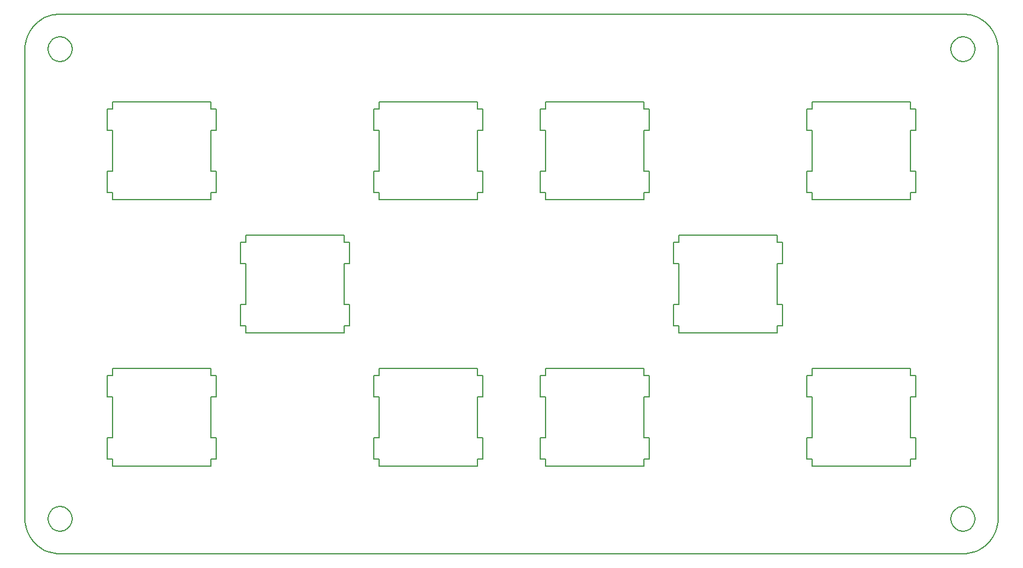
<source format=gm1>
%TF.GenerationSoftware,KiCad,Pcbnew,(6.0.8)*%
%TF.CreationDate,2022-10-26T23:53:46-06:00*%
%TF.ProjectId,plate,706c6174-652e-46b6-9963-61645f706362,rev?*%
%TF.SameCoordinates,Original*%
%TF.FileFunction,Profile,NP*%
%FSLAX46Y46*%
G04 Gerber Fmt 4.6, Leading zero omitted, Abs format (unit mm)*
G04 Created by KiCad (PCBNEW (6.0.8)) date 2022-10-26 23:53:46*
%MOMM*%
%LPD*%
G01*
G04 APERTURE LIST*
%TA.AperFunction,Profile*%
%ADD10C,0.188976*%
%TD*%
G04 APERTURE END LIST*
D10*
X173959995Y-95039000D02*
X173959995Y-95039000D01*
X173959995Y-91939001D02*
X173160000Y-91939001D01*
X80487996Y-63971001D02*
X80533996Y-63581001D01*
X154910000Y-123989000D02*
X168910000Y-123989000D01*
X130297996Y-72889000D02*
X130297996Y-72889000D01*
X80487996Y-131907000D02*
X80471996Y-131514002D01*
X83807996Y-63823001D02*
X83807996Y-63823001D01*
X213507000Y-132930002D02*
X213507000Y-132930002D01*
X215951992Y-63335001D02*
X215564998Y-62948001D01*
X106997995Y-85889000D02*
X106997995Y-85889000D01*
X214927990Y-136499003D02*
X214927990Y-136499003D01*
X84689996Y-136452997D02*
X84689996Y-136452997D01*
X112046997Y-100839003D02*
X111247997Y-100839003D01*
X85472996Y-62614001D02*
X85472996Y-62614001D01*
X217475002Y-135560000D02*
X217475002Y-135560000D01*
X85079996Y-136499003D02*
X84689996Y-136452997D01*
X145097995Y-71889000D02*
X145097995Y-71889000D01*
X188759998Y-91939001D02*
X187959995Y-91939001D01*
X154910000Y-81788000D02*
X154910000Y-81788000D01*
X92997995Y-114089003D02*
X92997995Y-114089003D01*
X126846996Y-91939001D02*
X126046997Y-91939001D01*
X145097995Y-75989000D02*
X145897999Y-75989000D01*
X80487996Y-63971001D02*
X80487996Y-63971001D01*
X168910000Y-123989000D02*
X168910000Y-123989000D01*
X131097995Y-85889000D02*
X145097995Y-85889000D01*
X80533996Y-63581001D02*
X80533996Y-63581001D01*
X192209995Y-114089003D02*
X193009998Y-114089003D01*
X80471996Y-131514002D02*
X80471996Y-131514002D01*
X145097995Y-84889000D02*
X145897999Y-84889000D01*
X169709995Y-81788000D02*
X169709995Y-81788000D01*
X168910000Y-72889000D02*
X168910000Y-72889000D01*
X154910000Y-85889000D02*
X154910000Y-85889000D01*
X154910000Y-84889000D02*
X154910000Y-84889000D01*
X106997995Y-109989000D02*
X92997995Y-109989000D01*
X215076992Y-133179003D02*
X215564998Y-132930002D01*
X215564998Y-62948001D02*
X215564998Y-62948001D01*
X81426996Y-61425001D02*
X81669996Y-61116001D01*
X219290996Y-62818001D02*
X219397991Y-63196001D01*
X207809993Y-81788000D02*
X207009990Y-81788000D01*
X106997995Y-122989000D02*
X107795997Y-122989000D01*
X81016996Y-62094001D02*
X81208996Y-61751001D01*
X112046997Y-95039000D02*
X112046997Y-95039000D01*
X111247997Y-103939001D02*
X112046997Y-103939001D01*
X207009990Y-109989000D02*
X207009990Y-109989000D01*
X173959995Y-104939001D02*
X173959995Y-104939001D01*
X107795997Y-114089003D02*
X107795997Y-110989000D01*
X82224996Y-60561001D02*
X82533996Y-60318001D01*
X92997995Y-123989000D02*
X106997995Y-123989000D01*
X212871990Y-132055002D02*
X212871990Y-132055002D01*
X173959995Y-104939001D02*
X187959995Y-104939001D01*
X81426996Y-134452997D02*
X81208996Y-134127001D01*
X84056996Y-132543001D02*
X84443996Y-132930002D01*
X212871990Y-64904001D02*
X213119991Y-65392001D01*
X84056996Y-63335001D02*
X84056996Y-63335001D01*
X84689996Y-59425001D02*
X85079996Y-59379001D01*
X84689996Y-136452997D02*
X84304996Y-136376001D01*
X131097995Y-122989000D02*
X131097995Y-122989000D01*
X92196996Y-119889002D02*
X92196996Y-119889002D01*
X145097995Y-123989000D02*
X145097995Y-122989000D01*
X154910000Y-122989000D02*
X154910000Y-123989000D01*
X218798992Y-61751001D02*
X218798992Y-61751001D01*
X212871990Y-130974001D02*
X212871990Y-130974001D01*
X219154995Y-62450001D02*
X219154995Y-62450001D01*
X145897999Y-84889000D02*
X145897999Y-84889000D01*
X154109996Y-110989000D02*
X154109996Y-114089003D01*
X126046997Y-100839003D02*
X126046997Y-95039000D01*
X193009998Y-72889000D02*
X192209995Y-72889000D01*
X218337993Y-61116001D02*
X218337993Y-61116001D01*
X215951992Y-132543001D02*
X216199993Y-132055002D01*
X106997995Y-114089003D02*
X107795997Y-114089003D01*
X218337993Y-61116001D02*
X218580990Y-61425001D01*
X212871990Y-63823001D02*
X212785991Y-64364001D01*
X81208996Y-134127001D02*
X81208996Y-134127001D01*
X154910000Y-110989000D02*
X154910000Y-110989000D01*
X84056996Y-63335001D02*
X83807996Y-63823001D01*
X106997995Y-81788000D02*
X106997995Y-75989000D01*
X218337993Y-134762003D02*
X218337993Y-134762003D01*
X215076992Y-62699001D02*
X214535991Y-62614001D01*
X85472996Y-66114001D02*
X86012996Y-66028001D01*
X85472996Y-59363001D02*
X214535991Y-59364001D01*
X80852996Y-133428003D02*
X80852996Y-133428003D01*
X168910000Y-81788000D02*
X168910000Y-81788000D01*
X107795997Y-72889000D02*
X107795997Y-72889000D01*
X188759998Y-103939001D02*
X188759998Y-100839003D01*
X83558996Y-59744001D02*
X83558996Y-59744001D01*
X212871990Y-63823001D02*
X212871990Y-63823001D01*
X218990993Y-62094001D02*
X219154995Y-62450001D01*
X213507000Y-130099001D02*
X213507000Y-130099001D01*
X219535991Y-131515001D02*
X219535991Y-131515001D01*
X215951992Y-65392001D02*
X216199993Y-64904001D01*
X126046997Y-104939001D02*
X126046997Y-103939001D01*
X217783001Y-60561001D02*
X218072002Y-60828001D01*
X188759998Y-100839003D02*
X187959995Y-100839003D01*
X107795997Y-122989000D02*
X107795997Y-119889002D01*
X83807996Y-130974001D02*
X83807996Y-130974001D01*
X106997995Y-119889002D02*
X106997995Y-119889002D01*
X187959995Y-91939001D02*
X187959995Y-91939001D01*
X207009990Y-114089003D02*
X207009990Y-114089003D01*
X213507000Y-62948001D02*
X213507000Y-62948001D01*
X216199993Y-64904001D02*
X216285991Y-64364001D01*
X80852996Y-62450001D02*
X81016996Y-62094001D01*
X85079996Y-59379001D02*
X85472996Y-59363001D01*
X83807996Y-64904001D02*
X83807996Y-64904001D01*
X145097995Y-85889000D02*
X145097995Y-84889000D01*
X216285991Y-131515001D02*
X216199993Y-130974001D01*
X216449001Y-59744001D02*
X216449001Y-59744001D01*
X83202996Y-59908001D02*
X83558996Y-59744001D01*
X215317989Y-136452997D02*
X215317989Y-136452997D01*
X92997995Y-72889000D02*
X92997995Y-72889000D01*
X131097995Y-81788000D02*
X130297996Y-81788000D01*
X218580990Y-61425001D02*
X218798992Y-61751001D01*
X193009998Y-71889000D02*
X193009998Y-72889000D01*
X92997995Y-109989000D02*
X92997995Y-110989000D01*
X213994991Y-66028001D02*
X213994991Y-66028001D01*
X80533996Y-63581001D02*
X80610996Y-63196001D01*
X80716996Y-62818001D02*
X80852996Y-62450001D01*
X145097995Y-109989000D02*
X131097995Y-109989000D01*
X85472996Y-129765001D02*
X84931996Y-129850001D01*
X80472996Y-64364001D02*
X80487996Y-63971001D01*
X188759998Y-95039000D02*
X188759998Y-95039000D01*
X215317989Y-59425001D02*
X215317989Y-59425001D01*
X83558996Y-59744001D02*
X83926996Y-59608001D01*
X219290996Y-133060000D02*
X219154995Y-133428003D01*
X214535991Y-62614001D02*
X213994991Y-62699001D01*
X84443996Y-62948001D02*
X84056996Y-63335001D01*
X111247997Y-91939001D02*
X111247997Y-95039000D01*
X216449001Y-59744001D02*
X216805996Y-59908001D01*
X86012996Y-62699001D02*
X85472996Y-62614001D01*
X106997995Y-85889000D02*
X106997995Y-84889000D01*
X219520992Y-131907000D02*
X219520992Y-131907000D01*
X112046997Y-91939001D02*
X111247997Y-91939001D01*
X83722996Y-131515001D02*
X83807996Y-132055002D01*
X86012996Y-66028001D02*
X86500996Y-65779001D01*
X131097995Y-110989000D02*
X131097995Y-110989000D01*
X188759998Y-95039000D02*
X188759998Y-91939001D01*
X85472996Y-133265001D02*
X85472996Y-133265001D01*
X219397991Y-132682001D02*
X219290996Y-133060000D01*
X83807996Y-64904001D02*
X84056996Y-65392001D01*
X188759998Y-91939001D02*
X188759998Y-91939001D01*
X81669996Y-61116001D02*
X81669996Y-61116001D01*
X154910000Y-72889000D02*
X154910000Y-72889000D01*
X193009998Y-122989000D02*
X193009998Y-123989000D01*
X207009990Y-72889000D02*
X207009990Y-71889000D01*
X92196996Y-75989000D02*
X92997995Y-75989000D01*
X207009990Y-75989000D02*
X207009990Y-75989000D01*
X154910000Y-72889000D02*
X154109996Y-72889000D01*
X213507000Y-130099001D02*
X213119991Y-130486002D01*
X81936996Y-135049997D02*
X81936996Y-135049997D01*
X173959995Y-103939001D02*
X173959995Y-103939001D01*
X87136996Y-63823001D02*
X87136996Y-63823001D01*
X81426996Y-61425001D02*
X81426996Y-61425001D01*
X85472996Y-136515001D02*
X85472996Y-136515001D01*
X212785991Y-64364001D02*
X212785991Y-64364001D01*
X111247997Y-91939001D02*
X111247997Y-91939001D01*
X84056996Y-65392001D02*
X84056996Y-65392001D01*
X86012996Y-62699001D02*
X86012996Y-62699001D01*
X212785991Y-64364001D02*
X212871990Y-64904001D01*
X106997995Y-72889000D02*
X106997995Y-72889000D01*
X145897999Y-114089003D02*
X145897999Y-110989000D01*
X193009998Y-122989000D02*
X193009998Y-122989000D01*
X168910000Y-114089003D02*
X168910000Y-114089003D01*
X145097995Y-109989000D02*
X145097995Y-109989000D01*
X169709995Y-72889000D02*
X168910000Y-72889000D01*
X84056996Y-130486002D02*
X83807996Y-130974001D01*
X131097995Y-123989000D02*
X131097995Y-123989000D01*
X169709995Y-110989000D02*
X169709995Y-110989000D01*
X126846996Y-103939001D02*
X126846996Y-103939001D01*
X169709995Y-119889002D02*
X169709995Y-119889002D01*
X111247997Y-95039000D02*
X112046997Y-95039000D01*
X154910000Y-123989000D02*
X154910000Y-123989000D01*
X207809993Y-114089003D02*
X207809993Y-114089003D01*
X215317989Y-136452997D02*
X214927990Y-136499003D01*
X131097995Y-114089003D02*
X131097995Y-114089003D01*
X215076992Y-129850001D02*
X215076992Y-129850001D01*
X218798992Y-61751001D02*
X218990993Y-62094001D01*
X92196996Y-122989000D02*
X92997995Y-122989000D01*
X84304996Y-136376001D02*
X83926996Y-136269999D01*
X92196996Y-72889000D02*
X92196996Y-75989000D01*
X218337993Y-134762003D02*
X218072002Y-135049997D01*
X213507000Y-132930002D02*
X213994991Y-133179003D01*
X215951992Y-65392001D02*
X215951992Y-65392001D01*
X81936996Y-135049997D02*
X81669996Y-134762003D01*
X130297996Y-72889000D02*
X130297996Y-75989000D01*
X131097995Y-85889000D02*
X131097995Y-85889000D01*
X193009998Y-75989000D02*
X193009998Y-81788000D01*
X111247997Y-95039000D02*
X111247997Y-95039000D01*
X154109996Y-75989000D02*
X154109996Y-75989000D01*
X168910000Y-110989000D02*
X168910000Y-109989000D01*
X86012996Y-133179003D02*
X86500996Y-132930002D01*
X92997995Y-75989000D02*
X92997995Y-81788000D01*
X145097995Y-85889000D02*
X145097995Y-85889000D01*
X83807996Y-63823001D02*
X83722996Y-64364001D01*
X145897999Y-122989000D02*
X145897999Y-119889002D01*
X169709995Y-75989000D02*
X169709995Y-72889000D01*
X84443996Y-130099001D02*
X84443996Y-130099001D01*
X193009998Y-84889000D02*
X193009998Y-84889000D01*
X187959995Y-90939001D02*
X187959995Y-90939001D01*
X81016996Y-62094001D02*
X81016996Y-62094001D01*
X107795997Y-122989000D02*
X107795997Y-122989000D01*
X215702999Y-59502001D02*
X216080990Y-59608001D01*
X218990993Y-62094001D02*
X218990993Y-62094001D01*
X168910000Y-72889000D02*
X168910000Y-71889000D01*
X214535991Y-129765001D02*
X214535991Y-129765001D01*
X187959995Y-103939001D02*
X187959995Y-103939001D01*
X207009990Y-122989000D02*
X207009990Y-122989000D01*
X154910000Y-114089003D02*
X154910000Y-119889002D01*
X219520992Y-63971001D02*
X219520992Y-63971001D01*
X92997995Y-110989000D02*
X92196996Y-110989000D01*
X83558996Y-136134005D02*
X83202996Y-135970003D01*
X218990993Y-133783999D02*
X218990993Y-133783999D01*
X106997995Y-75989000D02*
X106997995Y-75989000D01*
X87222996Y-64364001D02*
X87136996Y-63823001D01*
X154910000Y-85889000D02*
X168910000Y-85889000D01*
X81208996Y-134127001D02*
X81016996Y-133783999D01*
X193009998Y-119889002D02*
X193009998Y-119889002D01*
X92997995Y-85889000D02*
X92997995Y-85889000D01*
X215702999Y-59502001D02*
X215702999Y-59502001D01*
X207009990Y-119889002D02*
X207009990Y-119889002D01*
X193009998Y-81788000D02*
X193009998Y-81788000D01*
X130297996Y-122989000D02*
X130297996Y-122989000D01*
X207009990Y-119889002D02*
X207009990Y-114089003D01*
X107795997Y-84889000D02*
X107795997Y-81788000D01*
X213119991Y-65392001D02*
X213119991Y-65392001D01*
X82859996Y-60100001D02*
X83202996Y-59908001D01*
X154910000Y-81788000D02*
X154109996Y-81788000D01*
X92997995Y-110989000D02*
X92997995Y-110989000D01*
X85079996Y-136499003D02*
X85079996Y-136499003D01*
X131097995Y-110989000D02*
X130297996Y-110989000D01*
X187959995Y-90939001D02*
X173959995Y-90939001D01*
X154109996Y-72889000D02*
X154109996Y-72889000D01*
X86887996Y-63335001D02*
X86887996Y-63335001D01*
X173160000Y-100839003D02*
X173160000Y-103939001D01*
X130297996Y-84889000D02*
X130297996Y-84889000D01*
X215951992Y-130486002D02*
X215564998Y-130099001D01*
X106997995Y-119889002D02*
X106997995Y-114089003D01*
X207809993Y-119889002D02*
X207809993Y-119889002D01*
X80716996Y-133060000D02*
X80610996Y-132682001D01*
X154910000Y-110989000D02*
X154109996Y-110989000D01*
X154109996Y-84889000D02*
X154109996Y-84889000D01*
X130297996Y-119889002D02*
X130297996Y-122989000D01*
X84931996Y-133179003D02*
X84931996Y-133179003D01*
X145097995Y-119889002D02*
X145097995Y-114089003D01*
X173959995Y-90939001D02*
X173959995Y-91939001D01*
X83202996Y-135970003D02*
X82859996Y-135778002D01*
X83202996Y-135970003D02*
X83202996Y-135970003D01*
X81016996Y-133783999D02*
X80852996Y-133428003D01*
X173959995Y-95039000D02*
X173959995Y-100839003D01*
X192209995Y-110989000D02*
X192209995Y-114089003D01*
X92997995Y-119889002D02*
X92196996Y-119889002D01*
X217475002Y-60318001D02*
X217475002Y-60318001D01*
X145897999Y-110989000D02*
X145097995Y-110989000D01*
X130297996Y-81788000D02*
X130297996Y-81788000D01*
X214927990Y-59379001D02*
X214927990Y-59379001D01*
X92997995Y-75989000D02*
X92997995Y-75989000D01*
X154109996Y-122989000D02*
X154109996Y-122989000D01*
X207809993Y-75989000D02*
X207809993Y-75989000D01*
X168910000Y-84889000D02*
X168910000Y-84889000D01*
X154910000Y-119889002D02*
X154109996Y-119889002D01*
X217147991Y-60100001D02*
X217475002Y-60318001D01*
X83926996Y-136269999D02*
X83926996Y-136269999D01*
X87222996Y-131515001D02*
X87222996Y-131515001D01*
X80852996Y-62450001D02*
X80852996Y-62450001D01*
X145097995Y-110989000D02*
X145097995Y-109989000D01*
X145897999Y-81788000D02*
X145097995Y-81788000D01*
X92997995Y-81788000D02*
X92997995Y-81788000D01*
X87136996Y-64904001D02*
X87136996Y-64904001D01*
X168910000Y-123989000D02*
X168910000Y-122989000D01*
X215702999Y-136376001D02*
X215702999Y-136376001D01*
X92196996Y-84889000D02*
X92997995Y-84889000D01*
X213119991Y-132543001D02*
X213507000Y-132930002D01*
X126046997Y-90939001D02*
X126046997Y-90939001D01*
X82224996Y-135317003D02*
X81936996Y-135049997D01*
X154109996Y-110989000D02*
X154109996Y-110989000D01*
X130297996Y-122989000D02*
X131097995Y-122989000D01*
X154910000Y-75989000D02*
X154910000Y-75989000D01*
X154109996Y-72889000D02*
X154109996Y-75989000D01*
X126846996Y-95039000D02*
X126846996Y-95039000D01*
X213994991Y-129850001D02*
X213507000Y-130099001D01*
X193009998Y-119889002D02*
X192209995Y-119889002D01*
X145897999Y-110989000D02*
X145897999Y-110989000D01*
X106997995Y-72889000D02*
X106997995Y-71889000D01*
X193009998Y-109989000D02*
X193009998Y-110989000D01*
X192209995Y-122989000D02*
X192209995Y-122989000D01*
X154910000Y-71889000D02*
X154910000Y-72889000D01*
X154109996Y-81788000D02*
X154109996Y-84889000D01*
X207809993Y-122989000D02*
X207809993Y-122989000D01*
X187959995Y-100839003D02*
X187959995Y-100839003D01*
X111247997Y-103939001D02*
X111247997Y-103939001D01*
X92997995Y-114089003D02*
X92997995Y-119889002D01*
X92997995Y-84889000D02*
X92997995Y-84889000D01*
X169709995Y-110989000D02*
X168910000Y-110989000D01*
X169709995Y-114089003D02*
X169709995Y-110989000D01*
X192209995Y-119889002D02*
X192209995Y-122989000D01*
X193009998Y-123989000D02*
X207009990Y-123989000D01*
X106997995Y-110989000D02*
X106997995Y-110989000D01*
X83202996Y-59908001D02*
X83202996Y-59908001D01*
X86887996Y-63335001D02*
X86500996Y-62948001D01*
X145897999Y-72889000D02*
X145897999Y-72889000D01*
X131097995Y-122989000D02*
X131097995Y-123989000D01*
X219473995Y-132296999D02*
X219473995Y-132296999D01*
X207009990Y-122989000D02*
X207809993Y-122989000D01*
X173160000Y-103939001D02*
X173959995Y-103939001D01*
X112046997Y-104939001D02*
X112046997Y-104939001D01*
X216805996Y-135970003D02*
X216805996Y-135970003D01*
X154910000Y-114089003D02*
X154910000Y-114089003D01*
X168910000Y-71889000D02*
X154910000Y-71889000D01*
X111247997Y-100839003D02*
X111247997Y-100839003D01*
X112046997Y-100839003D02*
X112046997Y-100839003D01*
X219397991Y-63196001D02*
X219397991Y-63196001D01*
X84689996Y-59425001D02*
X84689996Y-59425001D01*
X168910000Y-75989000D02*
X168910000Y-75989000D01*
X214535991Y-136515001D02*
X85472996Y-136515001D01*
X154910000Y-75989000D02*
X154910000Y-81788000D01*
X84931996Y-66028001D02*
X85472996Y-66114001D01*
X86500996Y-62948001D02*
X86012996Y-62699001D01*
X80533996Y-132296999D02*
X80533996Y-132296999D01*
X81936996Y-60828001D02*
X81936996Y-60828001D01*
X207009990Y-110989000D02*
X207009990Y-110989000D01*
X130297996Y-110989000D02*
X130297996Y-114089003D01*
X80610996Y-132682001D02*
X80610996Y-132682001D01*
X126846996Y-100839003D02*
X126846996Y-100839003D01*
X218580990Y-134452997D02*
X218337993Y-134762003D01*
X107795997Y-119889002D02*
X107795997Y-119889002D01*
X168910000Y-122989000D02*
X169709995Y-122989000D01*
X111247997Y-100839003D02*
X111247997Y-103939001D01*
X85472996Y-66114001D02*
X85472996Y-66114001D01*
X80487996Y-131907000D02*
X80487996Y-131907000D01*
X81669996Y-134762003D02*
X81426996Y-134452997D01*
X207809993Y-72889000D02*
X207809993Y-72889000D01*
X218072002Y-135049997D02*
X217783001Y-135317003D01*
X216199993Y-63823001D02*
X216199993Y-63823001D01*
X154910000Y-119889002D02*
X154910000Y-119889002D01*
X86012996Y-133179003D02*
X86012996Y-133179003D01*
X84304996Y-59502001D02*
X84304996Y-59502001D01*
X82533996Y-135560000D02*
X82533996Y-135560000D01*
X193009998Y-110989000D02*
X193009998Y-110989000D01*
X168910000Y-71889000D02*
X168910000Y-71889000D01*
X193009998Y-72889000D02*
X193009998Y-72889000D01*
X84443996Y-132930002D02*
X84443996Y-132930002D01*
X173160000Y-95039000D02*
X173160000Y-95039000D01*
X126846996Y-91939001D02*
X126846996Y-91939001D01*
X145097995Y-81788000D02*
X145097995Y-75989000D01*
X168910000Y-110989000D02*
X168910000Y-110989000D01*
X126846996Y-103939001D02*
X126846996Y-100839003D01*
X80716996Y-133060000D02*
X80716996Y-133060000D01*
X87136996Y-63823001D02*
X86887996Y-63335001D01*
X207009990Y-85889000D02*
X207009990Y-84889000D01*
X215564998Y-65779001D02*
X215951992Y-65392001D01*
X219397991Y-132682001D02*
X219397991Y-132682001D01*
X131097995Y-114089003D02*
X131097995Y-119889002D01*
X82224996Y-135317003D02*
X82224996Y-135317003D01*
X193009998Y-110989000D02*
X192209995Y-110989000D01*
X217783001Y-135317003D02*
X217783001Y-135317003D01*
X192209995Y-114089003D02*
X192209995Y-114089003D01*
X92196996Y-72889000D02*
X92196996Y-72889000D01*
X214535991Y-66114001D02*
X214535991Y-66114001D01*
X145097995Y-122989000D02*
X145897999Y-122989000D01*
X145097995Y-114089003D02*
X145897999Y-114089003D01*
X217783001Y-135317003D02*
X217475002Y-135560000D01*
X85472996Y-129765001D02*
X85472996Y-129765001D01*
X145097995Y-72889000D02*
X145097995Y-71889000D01*
X212871990Y-130974001D02*
X212785991Y-131515001D01*
X207009990Y-84889000D02*
X207809993Y-84889000D01*
X145897999Y-72889000D02*
X145097995Y-72889000D01*
X214535991Y-62614001D02*
X214535991Y-62614001D01*
X82859996Y-135778002D02*
X82533996Y-135560000D01*
X86887996Y-132543001D02*
X87136996Y-132055002D01*
X145897999Y-119889002D02*
X145097995Y-119889002D01*
X219154995Y-133428003D02*
X218990993Y-133783999D01*
X168910000Y-119889002D02*
X168910000Y-114089003D01*
X187959995Y-104939001D02*
X187959995Y-103939001D01*
X219154995Y-133428003D02*
X219154995Y-133428003D01*
X219290996Y-62818001D02*
X219290996Y-62818001D01*
X187959995Y-91939001D02*
X187959995Y-90939001D01*
X83722996Y-64364001D02*
X83722996Y-64364001D01*
X207009990Y-72889000D02*
X207009990Y-72889000D01*
X130297996Y-84889000D02*
X131097995Y-84889000D01*
X207809993Y-72889000D02*
X207009990Y-72889000D01*
X193009998Y-114089003D02*
X193009998Y-119889002D01*
X215564998Y-132930002D02*
X215951992Y-132543001D01*
X188759998Y-103939001D02*
X188759998Y-103939001D01*
X213507000Y-65779001D02*
X213507000Y-65779001D01*
X107795997Y-119889002D02*
X106997995Y-119889002D01*
X92196996Y-114089003D02*
X92997995Y-114089003D01*
X154910000Y-84889000D02*
X154910000Y-85889000D01*
X219397991Y-63196001D02*
X219473995Y-63581001D01*
X207809993Y-75989000D02*
X207809993Y-72889000D01*
X81426996Y-134452997D02*
X81426996Y-134452997D01*
X207009990Y-75989000D02*
X207809993Y-75989000D01*
X112046997Y-103939001D02*
X112046997Y-103939001D01*
X145897999Y-81788000D02*
X145897999Y-81788000D01*
X145097995Y-84889000D02*
X145097995Y-84889000D01*
X192209995Y-81788000D02*
X192209995Y-81788000D01*
X112046997Y-103939001D02*
X112046997Y-104939001D01*
X187959995Y-95039000D02*
X188759998Y-95039000D01*
X187959995Y-100839003D02*
X187959995Y-95039000D01*
X86887996Y-130486002D02*
X86500996Y-130099001D01*
X85472996Y-59363001D02*
X85472996Y-59363001D01*
X219535991Y-64364001D02*
X219535991Y-131515001D01*
X81936996Y-60828001D02*
X82224996Y-60561001D01*
X131097995Y-75989000D02*
X131097995Y-81788000D01*
X92997995Y-71889000D02*
X92997995Y-72889000D01*
X192209995Y-75989000D02*
X192209995Y-75989000D01*
X92997995Y-123989000D02*
X92997995Y-123989000D01*
X86500996Y-132930002D02*
X86500996Y-132930002D01*
X207009990Y-109989000D02*
X193009998Y-109989000D01*
X216285991Y-64364001D02*
X216199993Y-63823001D01*
X107795997Y-81788000D02*
X106997995Y-81788000D01*
X92196996Y-75989000D02*
X92196996Y-75989000D01*
X145897999Y-122989000D02*
X145897999Y-122989000D01*
X207809993Y-84889000D02*
X207809993Y-81788000D01*
X92196996Y-110989000D02*
X92196996Y-110989000D01*
X215076992Y-62699001D02*
X215076992Y-62699001D01*
X126846996Y-100839003D02*
X126046997Y-100839003D01*
X216805996Y-59908001D02*
X216805996Y-59908001D01*
X207009990Y-85889000D02*
X207009990Y-85889000D01*
X86012996Y-129850001D02*
X86012996Y-129850001D01*
X216805996Y-59908001D02*
X217147991Y-60100001D01*
X192209995Y-110989000D02*
X192209995Y-110989000D01*
X86887996Y-65392001D02*
X87136996Y-64904001D01*
X84931996Y-66028001D02*
X84931996Y-66028001D01*
X92997995Y-119889002D02*
X92997995Y-119889002D01*
X92196996Y-114089003D02*
X92196996Y-114089003D01*
X213119991Y-130486002D02*
X213119991Y-130486002D01*
X168910000Y-122989000D02*
X168910000Y-122989000D01*
X207809993Y-122989000D02*
X207809993Y-119889002D01*
X131097995Y-71889000D02*
X131097995Y-72889000D01*
X207009990Y-114089003D02*
X207809993Y-114089003D01*
X214535991Y-66114001D02*
X215076992Y-66028001D01*
X212785991Y-131515001D02*
X212785991Y-131515001D01*
X215564998Y-65779001D02*
X215564998Y-65779001D01*
X106997995Y-109989000D02*
X106997995Y-109989000D01*
X217147991Y-135778002D02*
X217147991Y-135778002D01*
X131097995Y-119889002D02*
X130297996Y-119889002D01*
X145897999Y-119889002D02*
X145897999Y-119889002D01*
X154109996Y-84889000D02*
X154910000Y-84889000D01*
X213119991Y-63335001D02*
X213119991Y-63335001D01*
X207809993Y-114089003D02*
X207809993Y-110989000D01*
X154910000Y-122989000D02*
X154910000Y-122989000D01*
X86500996Y-65779001D02*
X86887996Y-65392001D01*
X86500996Y-65779001D02*
X86500996Y-65779001D01*
X187959995Y-104939001D02*
X187959995Y-104939001D01*
X192209995Y-119889002D02*
X192209995Y-119889002D01*
X145097995Y-123989000D02*
X145097995Y-123989000D01*
X169709995Y-84889000D02*
X169709995Y-84889000D01*
X215076992Y-129850001D02*
X214535991Y-129765001D01*
X217147991Y-135778002D02*
X216805996Y-135970003D01*
X80852996Y-133428003D02*
X80716996Y-133060000D01*
X81208996Y-61751001D02*
X81208996Y-61751001D01*
X130297996Y-110989000D02*
X130297996Y-110989000D01*
X207009990Y-123989000D02*
X207009990Y-122989000D01*
X219473995Y-63581001D02*
X219473995Y-63581001D01*
X84443996Y-130099001D02*
X84056996Y-130486002D01*
X106997995Y-122989000D02*
X106997995Y-122989000D01*
X85472996Y-133265001D02*
X86012996Y-133179003D01*
X130297996Y-119889002D02*
X130297996Y-119889002D01*
X154109996Y-114089003D02*
X154109996Y-114089003D01*
X126046997Y-90939001D02*
X112046997Y-90939001D01*
X168910000Y-109989000D02*
X168910000Y-109989000D01*
X192209995Y-72889000D02*
X192209995Y-75989000D01*
X154910000Y-109989000D02*
X154910000Y-110989000D01*
X107795997Y-75989000D02*
X107795997Y-72889000D01*
X87222996Y-131515001D02*
X87136996Y-130974001D01*
X154109996Y-119889002D02*
X154109996Y-122989000D01*
X207809993Y-119889002D02*
X207009990Y-119889002D01*
X214927990Y-59379001D02*
X215317989Y-59425001D01*
X216080990Y-59608001D02*
X216449001Y-59744001D01*
X207009990Y-81788000D02*
X207009990Y-75989000D01*
X92196996Y-119889002D02*
X92196996Y-122989000D01*
X169709995Y-81788000D02*
X168910000Y-81788000D01*
X214927990Y-136499003D02*
X214535991Y-136515001D01*
X173959995Y-100839003D02*
X173160000Y-100839003D01*
X168910000Y-114089003D02*
X169709995Y-114089003D01*
X216285991Y-64364001D02*
X216285991Y-64364001D01*
X169709995Y-119889002D02*
X168910000Y-119889002D01*
X207009990Y-84889000D02*
X207009990Y-84889000D01*
X219473995Y-132296999D02*
X219397991Y-132682001D01*
X82533996Y-135560000D02*
X82224996Y-135317003D01*
X106997995Y-71889000D02*
X106997995Y-71889000D01*
X213507000Y-65779001D02*
X213994991Y-66028001D01*
X218990993Y-133783999D02*
X218798992Y-134127001D01*
X83807996Y-132055002D02*
X83807996Y-132055002D01*
X131097995Y-84889000D02*
X131097995Y-85889000D01*
X126046997Y-104939001D02*
X126046997Y-104939001D01*
X218798992Y-134127001D02*
X218798992Y-134127001D01*
X86500996Y-132930002D02*
X86887996Y-132543001D01*
X131097995Y-119889002D02*
X131097995Y-119889002D01*
X215702999Y-136376001D02*
X215317989Y-136452997D01*
X173959995Y-103939001D02*
X173959995Y-104939001D01*
X107795997Y-110989000D02*
X107795997Y-110989000D01*
X106997995Y-123989000D02*
X106997995Y-123989000D01*
X86887996Y-65392001D02*
X86887996Y-65392001D01*
X126046997Y-100839003D02*
X126046997Y-100839003D01*
X216449001Y-136134005D02*
X216449001Y-136134005D01*
X112046997Y-95039000D02*
X112046997Y-100839003D01*
X84056996Y-132543001D02*
X84056996Y-132543001D01*
X173160000Y-95039000D02*
X173959995Y-95039000D01*
X145097995Y-72889000D02*
X145097995Y-72889000D01*
X145097995Y-75989000D02*
X145097995Y-75989000D01*
X130297996Y-81788000D02*
X130297996Y-84889000D01*
X86500996Y-62948001D02*
X86500996Y-62948001D01*
X84056996Y-130486002D02*
X84056996Y-130486002D01*
X169709995Y-75989000D02*
X169709995Y-75989000D01*
X92997995Y-122989000D02*
X92997995Y-122989000D01*
X87222996Y-64364001D02*
X87222996Y-64364001D01*
X218072002Y-135049997D02*
X218072002Y-135049997D01*
X145897999Y-75989000D02*
X145897999Y-72889000D01*
X145097995Y-110989000D02*
X145097995Y-110989000D01*
X219535991Y-131515001D02*
X219520992Y-131907000D01*
X80471996Y-131514002D02*
X80472996Y-64364001D01*
X173959995Y-100839003D02*
X173959995Y-100839003D01*
X215564998Y-130099001D02*
X215076992Y-129850001D01*
X216199993Y-64904001D02*
X216199993Y-64904001D01*
X107795997Y-110989000D02*
X106997995Y-110989000D01*
X81016996Y-133783999D02*
X81016996Y-133783999D01*
X80533996Y-132296999D02*
X80487996Y-131907000D01*
X173959995Y-91939001D02*
X173959995Y-91939001D01*
X213119991Y-63335001D02*
X212871990Y-63823001D01*
X85472996Y-62614001D02*
X84931996Y-62699001D01*
X82859996Y-135778002D02*
X82859996Y-135778002D01*
X131097995Y-72889000D02*
X130297996Y-72889000D01*
X219520992Y-131907000D02*
X219473995Y-132296999D01*
X85079996Y-59379001D02*
X85079996Y-59379001D01*
X219520992Y-63971001D02*
X219535991Y-64364001D01*
X92196996Y-81788000D02*
X92196996Y-84889000D01*
X145097995Y-71889000D02*
X131097995Y-71889000D01*
X84443996Y-65779001D02*
X84443996Y-65779001D01*
X207009990Y-81788000D02*
X207009990Y-81788000D01*
X192209995Y-75989000D02*
X193009998Y-75989000D01*
X193009998Y-81788000D02*
X192209995Y-81788000D01*
X218072002Y-60828001D02*
X218072002Y-60828001D01*
X193009998Y-84889000D02*
X193009998Y-85889000D01*
X145897999Y-114089003D02*
X145897999Y-114089003D01*
X92196996Y-84889000D02*
X92196996Y-84889000D01*
X207809993Y-110989000D02*
X207809993Y-110989000D01*
X84056996Y-65392001D02*
X84443996Y-65779001D01*
X80610996Y-63196001D02*
X80716996Y-62818001D01*
X92997995Y-85889000D02*
X106997995Y-85889000D01*
X131097995Y-123989000D02*
X145097995Y-123989000D01*
X130297996Y-75989000D02*
X131097995Y-75989000D01*
X213994991Y-66028001D02*
X214535991Y-66114001D01*
X219473995Y-63581001D02*
X219520992Y-63971001D01*
X145097995Y-122989000D02*
X145097995Y-122989000D01*
X80472996Y-64364001D02*
X80472996Y-64364001D01*
X216199993Y-132055002D02*
X216199993Y-132055002D01*
X213994991Y-62699001D02*
X213507000Y-62948001D01*
X169709995Y-84889000D02*
X169709995Y-81788000D01*
X130297996Y-114089003D02*
X131097995Y-114089003D01*
X131097995Y-75989000D02*
X131097995Y-75989000D01*
X212871990Y-64904001D02*
X212871990Y-64904001D01*
X83722996Y-64364001D02*
X83807996Y-64904001D01*
X214535991Y-133265001D02*
X214535991Y-133265001D01*
X84443996Y-132930002D02*
X84931996Y-133179003D01*
X216080990Y-136269999D02*
X215702999Y-136376001D01*
X112046997Y-90939001D02*
X112046997Y-91939001D01*
X217475002Y-60318001D02*
X217783001Y-60561001D01*
X83926996Y-59608001D02*
X83926996Y-59608001D01*
X207809993Y-81788000D02*
X207809993Y-81788000D01*
X168910000Y-109989000D02*
X154910000Y-109989000D01*
X83722996Y-131515001D02*
X83722996Y-131515001D01*
X215317989Y-59425001D02*
X215702999Y-59502001D01*
X213994991Y-133179003D02*
X213994991Y-133179003D01*
X106997995Y-75989000D02*
X107795997Y-75989000D01*
X154109996Y-114089003D02*
X154910000Y-114089003D01*
X92196996Y-110989000D02*
X92196996Y-114089003D01*
X207009990Y-71889000D02*
X193009998Y-71889000D01*
X215564998Y-62948001D02*
X215076992Y-62699001D01*
X130297996Y-114089003D02*
X130297996Y-114089003D01*
X82533996Y-60318001D02*
X82533996Y-60318001D01*
X213994991Y-133179003D02*
X214535991Y-133265001D01*
X207809993Y-110989000D02*
X207009990Y-110989000D01*
X83807996Y-132055002D02*
X84056996Y-132543001D01*
X169709995Y-122989000D02*
X169709995Y-119889002D01*
X83558996Y-136134005D02*
X83558996Y-136134005D01*
X192209995Y-84889000D02*
X193009998Y-84889000D01*
X193009998Y-85889000D02*
X207009990Y-85889000D01*
X217783001Y-60561001D02*
X217783001Y-60561001D01*
X80610996Y-63196001D02*
X80610996Y-63196001D01*
X213119991Y-130486002D02*
X212871990Y-130974001D01*
X131097995Y-84889000D02*
X131097995Y-84889000D01*
X131097995Y-109989000D02*
X131097995Y-110989000D01*
X217475002Y-135560000D02*
X217147991Y-135778002D01*
X112046997Y-91939001D02*
X112046997Y-91939001D01*
X169709995Y-72889000D02*
X169709995Y-72889000D01*
X87136996Y-132055002D02*
X87136996Y-132055002D01*
X92997995Y-72889000D02*
X92196996Y-72889000D01*
X154109996Y-81788000D02*
X154109996Y-81788000D01*
X219535991Y-64364001D02*
X219535991Y-64364001D01*
X192209995Y-84889000D02*
X192209995Y-84889000D01*
X214535991Y-59364001D02*
X214927990Y-59379001D01*
X84304996Y-59502001D02*
X84689996Y-59425001D01*
X131097995Y-72889000D02*
X131097995Y-72889000D01*
X80716996Y-62818001D02*
X80716996Y-62818001D01*
X192209995Y-72889000D02*
X192209995Y-72889000D01*
X83926996Y-136269999D02*
X83558996Y-136134005D01*
X87136996Y-64904001D02*
X87222996Y-64364001D01*
X154109996Y-119889002D02*
X154109996Y-119889002D01*
X207809993Y-84889000D02*
X207809993Y-84889000D01*
X83926996Y-59608001D02*
X84304996Y-59502001D01*
X82224996Y-60561001D02*
X82224996Y-60561001D01*
X84931996Y-133179003D02*
X85472996Y-133265001D01*
X126846996Y-95039000D02*
X126846996Y-91939001D01*
X173160000Y-103939001D02*
X173160000Y-103939001D01*
X192209995Y-122989000D02*
X193009998Y-122989000D01*
X213507000Y-62948001D02*
X213119991Y-63335001D01*
X86887996Y-132543001D02*
X86887996Y-132543001D01*
X86012996Y-129850001D02*
X85472996Y-129765001D01*
X207009990Y-71889000D02*
X207009990Y-71889000D01*
X86012996Y-66028001D02*
X86012996Y-66028001D01*
X154109996Y-75989000D02*
X154910000Y-75989000D01*
X207009990Y-110989000D02*
X207009990Y-109989000D01*
X126046997Y-95039000D02*
X126046997Y-95039000D01*
X168910000Y-119889002D02*
X168910000Y-119889002D01*
X215564998Y-130099001D02*
X215564998Y-130099001D01*
X81669996Y-134762003D02*
X81669996Y-134762003D01*
X107795997Y-72889000D02*
X106997995Y-72889000D01*
X193009998Y-123989000D02*
X193009998Y-123989000D01*
X145097995Y-114089003D02*
X145097995Y-114089003D01*
X92997995Y-81788000D02*
X92196996Y-81788000D01*
X218580990Y-61425001D02*
X218580990Y-61425001D01*
X188759998Y-100839003D02*
X188759998Y-100839003D01*
X215076992Y-133179003D02*
X215076992Y-133179003D01*
X131097995Y-81788000D02*
X131097995Y-81788000D01*
X81208996Y-61751001D02*
X81426996Y-61425001D01*
X84304996Y-136376001D02*
X84304996Y-136376001D01*
X216199993Y-132055002D02*
X216285991Y-131515001D01*
X92997995Y-84889000D02*
X92997995Y-85889000D01*
X82859996Y-60100001D02*
X82859996Y-60100001D01*
X107795997Y-114089003D02*
X107795997Y-114089003D01*
X217147991Y-60100001D02*
X217147991Y-60100001D01*
X173160000Y-91939001D02*
X173160000Y-95039000D01*
X187959995Y-95039000D02*
X187959995Y-95039000D01*
X214535991Y-136515001D02*
X214535991Y-136515001D01*
X192209995Y-81788000D02*
X192209995Y-84889000D01*
X216199993Y-130974001D02*
X216199993Y-130974001D01*
X216285991Y-131515001D02*
X216285991Y-131515001D01*
X145097995Y-81788000D02*
X145097995Y-81788000D01*
X218580990Y-134452997D02*
X218580990Y-134452997D01*
X83807996Y-130974001D02*
X83722996Y-131515001D01*
X106997995Y-84889000D02*
X107795997Y-84889000D01*
X168910000Y-81788000D02*
X168910000Y-75989000D01*
X213119991Y-132543001D02*
X213119991Y-132543001D01*
X193009998Y-75989000D02*
X193009998Y-75989000D01*
X92997995Y-122989000D02*
X92997995Y-123989000D01*
X145897999Y-75989000D02*
X145897999Y-75989000D01*
X106997995Y-71889000D02*
X92997995Y-71889000D01*
X107795997Y-75989000D02*
X107795997Y-75989000D01*
X107795997Y-84889000D02*
X107795997Y-84889000D01*
X173160000Y-91939001D02*
X173160000Y-91939001D01*
X215564998Y-132930002D02*
X215564998Y-132930002D01*
X92196996Y-122989000D02*
X92196996Y-122989000D01*
X86500996Y-130099001D02*
X86012996Y-129850001D01*
X216080990Y-59608001D02*
X216080990Y-59608001D01*
X81669996Y-61116001D02*
X81936996Y-60828001D01*
X106997995Y-110989000D02*
X106997995Y-109989000D01*
X126046997Y-91939001D02*
X126046997Y-91939001D01*
X126046997Y-103939001D02*
X126846996Y-103939001D01*
X126046997Y-95039000D02*
X126846996Y-95039000D01*
X106997995Y-84889000D02*
X106997995Y-84889000D01*
X216805996Y-135970003D02*
X216449001Y-136134005D01*
X214535991Y-133265001D02*
X215076992Y-133179003D01*
X168910000Y-85889000D02*
X168910000Y-84889000D01*
X87136996Y-130974001D02*
X87136996Y-130974001D01*
X154109996Y-122989000D02*
X154910000Y-122989000D01*
X215951992Y-132543001D02*
X215951992Y-132543001D01*
X85472996Y-136515001D02*
X85079996Y-136499003D01*
X107795997Y-81788000D02*
X107795997Y-81788000D01*
X216199993Y-63823001D02*
X215951992Y-63335001D01*
X168910000Y-75989000D02*
X169709995Y-75989000D01*
X216449001Y-136134005D02*
X216080990Y-136269999D01*
X218798992Y-134127001D02*
X218580990Y-134452997D01*
X84443996Y-62948001D02*
X84443996Y-62948001D01*
X219154995Y-62450001D02*
X219290996Y-62818001D01*
X145097995Y-119889002D02*
X145097995Y-119889002D01*
X106997995Y-123989000D02*
X106997995Y-122989000D01*
X168910000Y-84889000D02*
X169709995Y-84889000D01*
X213119991Y-65392001D02*
X213507000Y-65779001D01*
X187959995Y-103939001D02*
X188759998Y-103939001D01*
X219290996Y-133060000D02*
X219290996Y-133060000D01*
X173160000Y-100839003D02*
X173160000Y-100839003D01*
X106997995Y-114089003D02*
X106997995Y-114089003D01*
X214535991Y-129765001D02*
X213994991Y-129850001D01*
X216080990Y-136269999D02*
X216080990Y-136269999D01*
X130297996Y-75989000D02*
X130297996Y-75989000D01*
X207009990Y-123989000D02*
X207009990Y-123989000D01*
X169709995Y-114089003D02*
X169709995Y-114089003D01*
X80610996Y-132682001D02*
X80533996Y-132296999D01*
X87136996Y-132055002D02*
X87222996Y-131515001D01*
X218072002Y-60828001D02*
X218337993Y-61116001D01*
X92196996Y-81788000D02*
X92196996Y-81788000D01*
X215951992Y-63335001D02*
X215951992Y-63335001D01*
X215951992Y-130486002D02*
X215951992Y-130486002D01*
X87136996Y-130974001D02*
X86887996Y-130486002D01*
X84931996Y-62699001D02*
X84443996Y-62948001D01*
X126046997Y-103939001D02*
X126046997Y-103939001D01*
X215076992Y-66028001D02*
X215564998Y-65779001D01*
X126046997Y-91939001D02*
X126046997Y-90939001D01*
X168910000Y-85889000D02*
X168910000Y-85889000D01*
X82533996Y-60318001D02*
X82859996Y-60100001D01*
X169709995Y-122989000D02*
X169709995Y-122989000D01*
X193009998Y-114089003D02*
X193009998Y-114089003D01*
X84931996Y-129850001D02*
X84443996Y-130099001D01*
X112046997Y-104939001D02*
X126046997Y-104939001D01*
X86887996Y-130486002D02*
X86887996Y-130486002D01*
X86500996Y-130099001D02*
X86500996Y-130099001D01*
X216199993Y-130974001D02*
X215951992Y-130486002D01*
X212785991Y-131515001D02*
X212871990Y-132055002D01*
X145897999Y-84889000D02*
X145897999Y-81788000D01*
X215076992Y-66028001D02*
X215076992Y-66028001D01*
X84443996Y-65779001D02*
X84931996Y-66028001D01*
X106997995Y-81788000D02*
X106997995Y-81788000D01*
X193009998Y-85889000D02*
X193009998Y-85889000D01*
X212871990Y-132055002D02*
X213119991Y-132543001D01*
M02*

</source>
